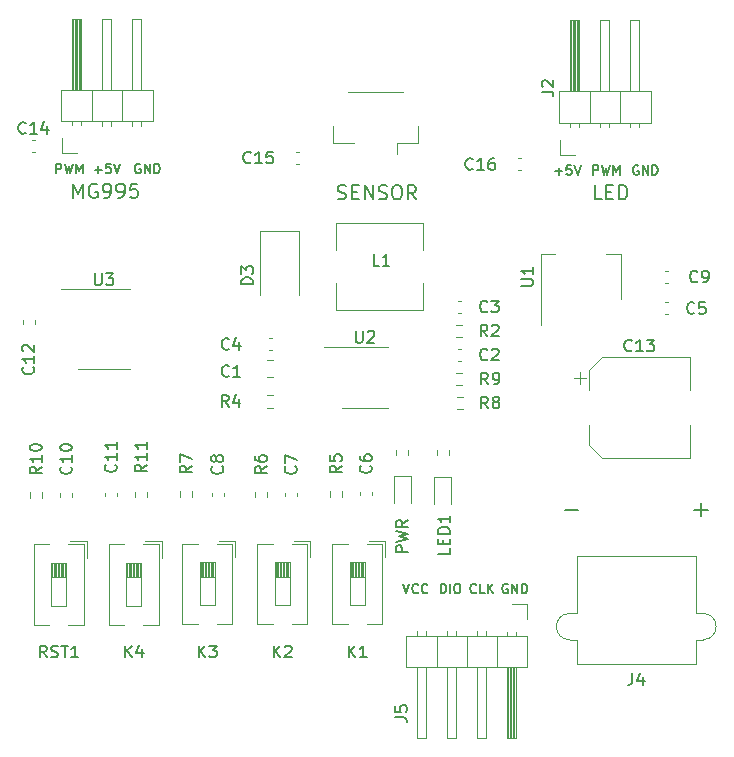
<source format=gbr>
%TF.GenerationSoftware,KiCad,Pcbnew,(6.0.6)*%
%TF.CreationDate,2022-10-01T00:42:19+08:00*%
%TF.ProjectId,Scratch_control,53637261-7463-4685-9f63-6f6e74726f6c,rev?*%
%TF.SameCoordinates,Original*%
%TF.FileFunction,Legend,Top*%
%TF.FilePolarity,Positive*%
%FSLAX46Y46*%
G04 Gerber Fmt 4.6, Leading zero omitted, Abs format (unit mm)*
G04 Created by KiCad (PCBNEW (6.0.6)) date 2022-10-01 00:42:19*
%MOMM*%
%LPD*%
G01*
G04 APERTURE LIST*
%ADD10C,0.200000*%
%ADD11C,0.150000*%
%ADD12C,0.120000*%
G04 APERTURE END LIST*
D10*
X178679571Y-103285857D02*
X178108142Y-103285857D01*
X178108142Y-102085857D01*
X179079571Y-102657285D02*
X179479571Y-102657285D01*
X179651000Y-103285857D02*
X179079571Y-103285857D01*
X179079571Y-102085857D01*
X179651000Y-102085857D01*
X180165285Y-103285857D02*
X180165285Y-102085857D01*
X180451000Y-102085857D01*
X180622428Y-102143000D01*
X180736714Y-102257285D01*
X180793857Y-102371571D01*
X180851000Y-102600142D01*
X180851000Y-102771571D01*
X180793857Y-103000142D01*
X180736714Y-103114428D01*
X180622428Y-103228714D01*
X180451000Y-103285857D01*
X180165285Y-103285857D01*
X174739428Y-100895142D02*
X175348952Y-100895142D01*
X175044190Y-101199904D02*
X175044190Y-100590380D01*
X176110857Y-100399904D02*
X175729904Y-100399904D01*
X175691809Y-100780857D01*
X175729904Y-100742761D01*
X175806095Y-100704666D01*
X175996571Y-100704666D01*
X176072761Y-100742761D01*
X176110857Y-100780857D01*
X176148952Y-100857047D01*
X176148952Y-101047523D01*
X176110857Y-101123714D01*
X176072761Y-101161809D01*
X175996571Y-101199904D01*
X175806095Y-101199904D01*
X175729904Y-101161809D01*
X175691809Y-101123714D01*
X176377523Y-100399904D02*
X176644190Y-101199904D01*
X176910857Y-100399904D01*
X165042952Y-136632904D02*
X165042952Y-135832904D01*
X165233428Y-135832904D01*
X165347714Y-135871000D01*
X165423904Y-135947190D01*
X165462000Y-136023380D01*
X165500095Y-136175761D01*
X165500095Y-136290047D01*
X165462000Y-136442428D01*
X165423904Y-136518619D01*
X165347714Y-136594809D01*
X165233428Y-136632904D01*
X165042952Y-136632904D01*
X165842952Y-136632904D02*
X165842952Y-135832904D01*
X166376285Y-135832904D02*
X166528666Y-135832904D01*
X166604857Y-135871000D01*
X166681047Y-135947190D01*
X166719142Y-136099571D01*
X166719142Y-136366238D01*
X166681047Y-136518619D01*
X166604857Y-136594809D01*
X166528666Y-136632904D01*
X166376285Y-136632904D01*
X166300095Y-136594809D01*
X166223904Y-136518619D01*
X166185809Y-136366238D01*
X166185809Y-136099571D01*
X166223904Y-135947190D01*
X166300095Y-135871000D01*
X166376285Y-135832904D01*
X133937714Y-103158857D02*
X133937714Y-101958857D01*
X134337714Y-102816000D01*
X134737714Y-101958857D01*
X134737714Y-103158857D01*
X135937714Y-102016000D02*
X135823428Y-101958857D01*
X135652000Y-101958857D01*
X135480571Y-102016000D01*
X135366285Y-102130285D01*
X135309142Y-102244571D01*
X135252000Y-102473142D01*
X135252000Y-102644571D01*
X135309142Y-102873142D01*
X135366285Y-102987428D01*
X135480571Y-103101714D01*
X135652000Y-103158857D01*
X135766285Y-103158857D01*
X135937714Y-103101714D01*
X135994857Y-103044571D01*
X135994857Y-102644571D01*
X135766285Y-102644571D01*
X136566285Y-103158857D02*
X136794857Y-103158857D01*
X136909142Y-103101714D01*
X136966285Y-103044571D01*
X137080571Y-102873142D01*
X137137714Y-102644571D01*
X137137714Y-102187428D01*
X137080571Y-102073142D01*
X137023428Y-102016000D01*
X136909142Y-101958857D01*
X136680571Y-101958857D01*
X136566285Y-102016000D01*
X136509142Y-102073142D01*
X136452000Y-102187428D01*
X136452000Y-102473142D01*
X136509142Y-102587428D01*
X136566285Y-102644571D01*
X136680571Y-102701714D01*
X136909142Y-102701714D01*
X137023428Y-102644571D01*
X137080571Y-102587428D01*
X137137714Y-102473142D01*
X137709142Y-103158857D02*
X137937714Y-103158857D01*
X138052000Y-103101714D01*
X138109142Y-103044571D01*
X138223428Y-102873142D01*
X138280571Y-102644571D01*
X138280571Y-102187428D01*
X138223428Y-102073142D01*
X138166285Y-102016000D01*
X138052000Y-101958857D01*
X137823428Y-101958857D01*
X137709142Y-102016000D01*
X137652000Y-102073142D01*
X137594857Y-102187428D01*
X137594857Y-102473142D01*
X137652000Y-102587428D01*
X137709142Y-102644571D01*
X137823428Y-102701714D01*
X138052000Y-102701714D01*
X138166285Y-102644571D01*
X138223428Y-102587428D01*
X138280571Y-102473142D01*
X139366285Y-101958857D02*
X138794857Y-101958857D01*
X138737714Y-102530285D01*
X138794857Y-102473142D01*
X138909142Y-102416000D01*
X139194857Y-102416000D01*
X139309142Y-102473142D01*
X139366285Y-102530285D01*
X139423428Y-102644571D01*
X139423428Y-102930285D01*
X139366285Y-103044571D01*
X139309142Y-103101714D01*
X139194857Y-103158857D01*
X138909142Y-103158857D01*
X138794857Y-103101714D01*
X138737714Y-103044571D01*
X170713476Y-135871000D02*
X170637285Y-135832904D01*
X170523000Y-135832904D01*
X170408714Y-135871000D01*
X170332523Y-135947190D01*
X170294428Y-136023380D01*
X170256333Y-136175761D01*
X170256333Y-136290047D01*
X170294428Y-136442428D01*
X170332523Y-136518619D01*
X170408714Y-136594809D01*
X170523000Y-136632904D01*
X170599190Y-136632904D01*
X170713476Y-136594809D01*
X170751571Y-136556714D01*
X170751571Y-136290047D01*
X170599190Y-136290047D01*
X171094428Y-136632904D02*
X171094428Y-135832904D01*
X171551571Y-136632904D01*
X171551571Y-135832904D01*
X171932523Y-136632904D02*
X171932523Y-135832904D01*
X172123000Y-135832904D01*
X172237285Y-135871000D01*
X172313476Y-135947190D01*
X172351571Y-136023380D01*
X172389666Y-136175761D01*
X172389666Y-136290047D01*
X172351571Y-136442428D01*
X172313476Y-136518619D01*
X172237285Y-136594809D01*
X172123000Y-136632904D01*
X171932523Y-136632904D01*
X156324714Y-103228714D02*
X156496142Y-103285857D01*
X156781857Y-103285857D01*
X156896142Y-103228714D01*
X156953285Y-103171571D01*
X157010428Y-103057285D01*
X157010428Y-102943000D01*
X156953285Y-102828714D01*
X156896142Y-102771571D01*
X156781857Y-102714428D01*
X156553285Y-102657285D01*
X156439000Y-102600142D01*
X156381857Y-102543000D01*
X156324714Y-102428714D01*
X156324714Y-102314428D01*
X156381857Y-102200142D01*
X156439000Y-102143000D01*
X156553285Y-102085857D01*
X156839000Y-102085857D01*
X157010428Y-102143000D01*
X157524714Y-102657285D02*
X157924714Y-102657285D01*
X158096142Y-103285857D02*
X157524714Y-103285857D01*
X157524714Y-102085857D01*
X158096142Y-102085857D01*
X158610428Y-103285857D02*
X158610428Y-102085857D01*
X159296142Y-103285857D01*
X159296142Y-102085857D01*
X159810428Y-103228714D02*
X159981857Y-103285857D01*
X160267571Y-103285857D01*
X160381857Y-103228714D01*
X160439000Y-103171571D01*
X160496142Y-103057285D01*
X160496142Y-102943000D01*
X160439000Y-102828714D01*
X160381857Y-102771571D01*
X160267571Y-102714428D01*
X160039000Y-102657285D01*
X159924714Y-102600142D01*
X159867571Y-102543000D01*
X159810428Y-102428714D01*
X159810428Y-102314428D01*
X159867571Y-102200142D01*
X159924714Y-102143000D01*
X160039000Y-102085857D01*
X160324714Y-102085857D01*
X160496142Y-102143000D01*
X161239000Y-102085857D02*
X161467571Y-102085857D01*
X161581857Y-102143000D01*
X161696142Y-102257285D01*
X161753285Y-102485857D01*
X161753285Y-102885857D01*
X161696142Y-103114428D01*
X161581857Y-103228714D01*
X161467571Y-103285857D01*
X161239000Y-103285857D01*
X161124714Y-103228714D01*
X161010428Y-103114428D01*
X160953285Y-102885857D01*
X160953285Y-102485857D01*
X161010428Y-102257285D01*
X161124714Y-102143000D01*
X161239000Y-102085857D01*
X162953285Y-103285857D02*
X162553285Y-102714428D01*
X162267571Y-103285857D02*
X162267571Y-102085857D01*
X162724714Y-102085857D01*
X162839000Y-102143000D01*
X162896142Y-102200142D01*
X162953285Y-102314428D01*
X162953285Y-102485857D01*
X162896142Y-102600142D01*
X162839000Y-102657285D01*
X162724714Y-102714428D01*
X162267571Y-102714428D01*
X135750428Y-100768142D02*
X136359952Y-100768142D01*
X136055190Y-101072904D02*
X136055190Y-100463380D01*
X137121857Y-100272904D02*
X136740904Y-100272904D01*
X136702809Y-100653857D01*
X136740904Y-100615761D01*
X136817095Y-100577666D01*
X137007571Y-100577666D01*
X137083761Y-100615761D01*
X137121857Y-100653857D01*
X137159952Y-100730047D01*
X137159952Y-100920523D01*
X137121857Y-100996714D01*
X137083761Y-101034809D01*
X137007571Y-101072904D01*
X136817095Y-101072904D01*
X136740904Y-101034809D01*
X136702809Y-100996714D01*
X137388523Y-100272904D02*
X137655190Y-101072904D01*
X137921857Y-100272904D01*
X168052809Y-136556714D02*
X168014714Y-136594809D01*
X167900428Y-136632904D01*
X167824238Y-136632904D01*
X167709952Y-136594809D01*
X167633761Y-136518619D01*
X167595666Y-136442428D01*
X167557571Y-136290047D01*
X167557571Y-136175761D01*
X167595666Y-136023380D01*
X167633761Y-135947190D01*
X167709952Y-135871000D01*
X167824238Y-135832904D01*
X167900428Y-135832904D01*
X168014714Y-135871000D01*
X168052809Y-135909095D01*
X168776619Y-136632904D02*
X168395666Y-136632904D01*
X168395666Y-135832904D01*
X169043285Y-136632904D02*
X169043285Y-135832904D01*
X169500428Y-136632904D02*
X169157571Y-136175761D01*
X169500428Y-135832904D02*
X169043285Y-136290047D01*
D11*
X165806380Y-132818047D02*
X165806380Y-133294238D01*
X164806380Y-133294238D01*
X165282571Y-132484714D02*
X165282571Y-132151380D01*
X165806380Y-132008523D02*
X165806380Y-132484714D01*
X164806380Y-132484714D01*
X164806380Y-132008523D01*
X165806380Y-131579952D02*
X164806380Y-131579952D01*
X164806380Y-131341857D01*
X164854000Y-131199000D01*
X164949238Y-131103761D01*
X165044476Y-131056142D01*
X165234952Y-131008523D01*
X165377809Y-131008523D01*
X165568285Y-131056142D01*
X165663523Y-131103761D01*
X165758761Y-131199000D01*
X165806380Y-131341857D01*
X165806380Y-131579952D01*
X165806380Y-130056142D02*
X165806380Y-130627571D01*
X165806380Y-130341857D02*
X164806380Y-130341857D01*
X164949238Y-130437095D01*
X165044476Y-130532333D01*
X165092095Y-130627571D01*
D10*
X181762476Y-100438000D02*
X181686285Y-100399904D01*
X181572000Y-100399904D01*
X181457714Y-100438000D01*
X181381523Y-100514190D01*
X181343428Y-100590380D01*
X181305333Y-100742761D01*
X181305333Y-100857047D01*
X181343428Y-101009428D01*
X181381523Y-101085619D01*
X181457714Y-101161809D01*
X181572000Y-101199904D01*
X181648190Y-101199904D01*
X181762476Y-101161809D01*
X181800571Y-101123714D01*
X181800571Y-100857047D01*
X181648190Y-100857047D01*
X182143428Y-101199904D02*
X182143428Y-100399904D01*
X182600571Y-101199904D01*
X182600571Y-100399904D01*
X182981523Y-101199904D02*
X182981523Y-100399904D01*
X183172000Y-100399904D01*
X183286285Y-100438000D01*
X183362476Y-100514190D01*
X183400571Y-100590380D01*
X183438666Y-100742761D01*
X183438666Y-100857047D01*
X183400571Y-101009428D01*
X183362476Y-101085619D01*
X183286285Y-101161809D01*
X183172000Y-101199904D01*
X182981523Y-101199904D01*
D11*
X162250380Y-133159333D02*
X161250380Y-133159333D01*
X161250380Y-132778380D01*
X161298000Y-132683142D01*
X161345619Y-132635523D01*
X161440857Y-132587904D01*
X161583714Y-132587904D01*
X161678952Y-132635523D01*
X161726571Y-132683142D01*
X161774190Y-132778380D01*
X161774190Y-133159333D01*
X161250380Y-132254571D02*
X162250380Y-132016476D01*
X161536095Y-131826000D01*
X162250380Y-131635523D01*
X161250380Y-131397428D01*
X162250380Y-130445047D02*
X161774190Y-130778380D01*
X162250380Y-131016476D02*
X161250380Y-131016476D01*
X161250380Y-130635523D01*
X161298000Y-130540285D01*
X161345619Y-130492666D01*
X161440857Y-130445047D01*
X161583714Y-130445047D01*
X161678952Y-130492666D01*
X161726571Y-130540285D01*
X161774190Y-130635523D01*
X161774190Y-131016476D01*
D10*
X132480190Y-101072904D02*
X132480190Y-100272904D01*
X132784952Y-100272904D01*
X132861142Y-100311000D01*
X132899238Y-100349095D01*
X132937333Y-100425285D01*
X132937333Y-100539571D01*
X132899238Y-100615761D01*
X132861142Y-100653857D01*
X132784952Y-100691952D01*
X132480190Y-100691952D01*
X133204000Y-100272904D02*
X133394476Y-101072904D01*
X133546857Y-100501476D01*
X133699238Y-101072904D01*
X133889714Y-100272904D01*
X134194476Y-101072904D02*
X134194476Y-100272904D01*
X134461142Y-100844333D01*
X134727809Y-100272904D01*
X134727809Y-101072904D01*
X161874333Y-135832904D02*
X162141000Y-136632904D01*
X162407666Y-135832904D01*
X163131476Y-136556714D02*
X163093380Y-136594809D01*
X162979095Y-136632904D01*
X162902904Y-136632904D01*
X162788619Y-136594809D01*
X162712428Y-136518619D01*
X162674333Y-136442428D01*
X162636238Y-136290047D01*
X162636238Y-136175761D01*
X162674333Y-136023380D01*
X162712428Y-135947190D01*
X162788619Y-135871000D01*
X162902904Y-135832904D01*
X162979095Y-135832904D01*
X163093380Y-135871000D01*
X163131476Y-135909095D01*
X163931476Y-136556714D02*
X163893380Y-136594809D01*
X163779095Y-136632904D01*
X163702904Y-136632904D01*
X163588619Y-136594809D01*
X163512428Y-136518619D01*
X163474333Y-136442428D01*
X163436238Y-136290047D01*
X163436238Y-136175761D01*
X163474333Y-136023380D01*
X163512428Y-135947190D01*
X163588619Y-135871000D01*
X163702904Y-135832904D01*
X163779095Y-135832904D01*
X163893380Y-135871000D01*
X163931476Y-135909095D01*
X139598476Y-100311000D02*
X139522285Y-100272904D01*
X139408000Y-100272904D01*
X139293714Y-100311000D01*
X139217523Y-100387190D01*
X139179428Y-100463380D01*
X139141333Y-100615761D01*
X139141333Y-100730047D01*
X139179428Y-100882428D01*
X139217523Y-100958619D01*
X139293714Y-101034809D01*
X139408000Y-101072904D01*
X139484190Y-101072904D01*
X139598476Y-101034809D01*
X139636571Y-100996714D01*
X139636571Y-100730047D01*
X139484190Y-100730047D01*
X139979428Y-101072904D02*
X139979428Y-100272904D01*
X140436571Y-101072904D01*
X140436571Y-100272904D01*
X140817523Y-101072904D02*
X140817523Y-100272904D01*
X141008000Y-100272904D01*
X141122285Y-100311000D01*
X141198476Y-100387190D01*
X141236571Y-100463380D01*
X141274666Y-100615761D01*
X141274666Y-100730047D01*
X141236571Y-100882428D01*
X141198476Y-100958619D01*
X141122285Y-101034809D01*
X141008000Y-101072904D01*
X140817523Y-101072904D01*
X177946190Y-101199904D02*
X177946190Y-100399904D01*
X178250952Y-100399904D01*
X178327142Y-100438000D01*
X178365238Y-100476095D01*
X178403333Y-100552285D01*
X178403333Y-100666571D01*
X178365238Y-100742761D01*
X178327142Y-100780857D01*
X178250952Y-100818952D01*
X177946190Y-100818952D01*
X178670000Y-100399904D02*
X178860476Y-101199904D01*
X179012857Y-100628476D01*
X179165238Y-101199904D01*
X179355714Y-100399904D01*
X179660476Y-101199904D02*
X179660476Y-100399904D01*
X179927142Y-100971333D01*
X180193809Y-100399904D01*
X180193809Y-101199904D01*
D11*
%TO.C,C16*%
X167759142Y-100687142D02*
X167711523Y-100734761D01*
X167568666Y-100782380D01*
X167473428Y-100782380D01*
X167330571Y-100734761D01*
X167235333Y-100639523D01*
X167187714Y-100544285D01*
X167140095Y-100353809D01*
X167140095Y-100210952D01*
X167187714Y-100020476D01*
X167235333Y-99925238D01*
X167330571Y-99830000D01*
X167473428Y-99782380D01*
X167568666Y-99782380D01*
X167711523Y-99830000D01*
X167759142Y-99877619D01*
X168711523Y-100782380D02*
X168140095Y-100782380D01*
X168425809Y-100782380D02*
X168425809Y-99782380D01*
X168330571Y-99925238D01*
X168235333Y-100020476D01*
X168140095Y-100068095D01*
X169568666Y-99782380D02*
X169378190Y-99782380D01*
X169282952Y-99830000D01*
X169235333Y-99877619D01*
X169140095Y-100020476D01*
X169092476Y-100210952D01*
X169092476Y-100591904D01*
X169140095Y-100687142D01*
X169187714Y-100734761D01*
X169282952Y-100782380D01*
X169473428Y-100782380D01*
X169568666Y-100734761D01*
X169616285Y-100687142D01*
X169663904Y-100591904D01*
X169663904Y-100353809D01*
X169616285Y-100258571D01*
X169568666Y-100210952D01*
X169473428Y-100163333D01*
X169282952Y-100163333D01*
X169187714Y-100210952D01*
X169140095Y-100258571D01*
X169092476Y-100353809D01*
%TO.C,C15*%
X148963142Y-100149142D02*
X148915523Y-100196761D01*
X148772666Y-100244380D01*
X148677428Y-100244380D01*
X148534571Y-100196761D01*
X148439333Y-100101523D01*
X148391714Y-100006285D01*
X148344095Y-99815809D01*
X148344095Y-99672952D01*
X148391714Y-99482476D01*
X148439333Y-99387238D01*
X148534571Y-99292000D01*
X148677428Y-99244380D01*
X148772666Y-99244380D01*
X148915523Y-99292000D01*
X148963142Y-99339619D01*
X149915523Y-100244380D02*
X149344095Y-100244380D01*
X149629809Y-100244380D02*
X149629809Y-99244380D01*
X149534571Y-99387238D01*
X149439333Y-99482476D01*
X149344095Y-99530095D01*
X150820285Y-99244380D02*
X150344095Y-99244380D01*
X150296476Y-99720571D01*
X150344095Y-99672952D01*
X150439333Y-99625333D01*
X150677428Y-99625333D01*
X150772666Y-99672952D01*
X150820285Y-99720571D01*
X150867904Y-99815809D01*
X150867904Y-100053904D01*
X150820285Y-100149142D01*
X150772666Y-100196761D01*
X150677428Y-100244380D01*
X150439333Y-100244380D01*
X150344095Y-100196761D01*
X150296476Y-100149142D01*
%TO.C,C14*%
X129913142Y-97639142D02*
X129865523Y-97686761D01*
X129722666Y-97734380D01*
X129627428Y-97734380D01*
X129484571Y-97686761D01*
X129389333Y-97591523D01*
X129341714Y-97496285D01*
X129294095Y-97305809D01*
X129294095Y-97162952D01*
X129341714Y-96972476D01*
X129389333Y-96877238D01*
X129484571Y-96782000D01*
X129627428Y-96734380D01*
X129722666Y-96734380D01*
X129865523Y-96782000D01*
X129913142Y-96829619D01*
X130865523Y-97734380D02*
X130294095Y-97734380D01*
X130579809Y-97734380D02*
X130579809Y-96734380D01*
X130484571Y-96877238D01*
X130389333Y-96972476D01*
X130294095Y-97020095D01*
X131722666Y-97067714D02*
X131722666Y-97734380D01*
X131484571Y-96686761D02*
X131246476Y-97401047D01*
X131865523Y-97401047D01*
%TO.C,C1*%
X147121333Y-118213142D02*
X147073714Y-118260761D01*
X146930857Y-118308380D01*
X146835619Y-118308380D01*
X146692761Y-118260761D01*
X146597523Y-118165523D01*
X146549904Y-118070285D01*
X146502285Y-117879809D01*
X146502285Y-117736952D01*
X146549904Y-117546476D01*
X146597523Y-117451238D01*
X146692761Y-117356000D01*
X146835619Y-117308380D01*
X146930857Y-117308380D01*
X147073714Y-117356000D01*
X147121333Y-117403619D01*
X148073714Y-118308380D02*
X147502285Y-118308380D01*
X147788000Y-118308380D02*
X147788000Y-117308380D01*
X147692761Y-117451238D01*
X147597523Y-117546476D01*
X147502285Y-117594095D01*
%TO.C,RST1*%
X131691190Y-142057380D02*
X131357857Y-141581190D01*
X131119761Y-142057380D02*
X131119761Y-141057380D01*
X131500714Y-141057380D01*
X131595952Y-141105000D01*
X131643571Y-141152619D01*
X131691190Y-141247857D01*
X131691190Y-141390714D01*
X131643571Y-141485952D01*
X131595952Y-141533571D01*
X131500714Y-141581190D01*
X131119761Y-141581190D01*
X132072142Y-142009761D02*
X132215000Y-142057380D01*
X132453095Y-142057380D01*
X132548333Y-142009761D01*
X132595952Y-141962142D01*
X132643571Y-141866904D01*
X132643571Y-141771666D01*
X132595952Y-141676428D01*
X132548333Y-141628809D01*
X132453095Y-141581190D01*
X132262619Y-141533571D01*
X132167380Y-141485952D01*
X132119761Y-141438333D01*
X132072142Y-141343095D01*
X132072142Y-141247857D01*
X132119761Y-141152619D01*
X132167380Y-141105000D01*
X132262619Y-141057380D01*
X132500714Y-141057380D01*
X132643571Y-141105000D01*
X132929285Y-141057380D02*
X133500714Y-141057380D01*
X133215000Y-142057380D02*
X133215000Y-141057380D01*
X134357857Y-142057380D02*
X133786428Y-142057380D01*
X134072142Y-142057380D02*
X134072142Y-141057380D01*
X133976904Y-141200238D01*
X133881666Y-141295476D01*
X133786428Y-141343095D01*
%TO.C,J5*%
X161184180Y-147126133D02*
X161898466Y-147126133D01*
X162041323Y-147173752D01*
X162136561Y-147268990D01*
X162184180Y-147411847D01*
X162184180Y-147507085D01*
X161184180Y-146173752D02*
X161184180Y-146649942D01*
X161660371Y-146697561D01*
X161612752Y-146649942D01*
X161565133Y-146554704D01*
X161565133Y-146316609D01*
X161612752Y-146221371D01*
X161660371Y-146173752D01*
X161755609Y-146126133D01*
X161993704Y-146126133D01*
X162088942Y-146173752D01*
X162136561Y-146221371D01*
X162184180Y-146316609D01*
X162184180Y-146554704D01*
X162136561Y-146649942D01*
X162088942Y-146697561D01*
%TO.C,U2*%
X157861095Y-114416380D02*
X157861095Y-115225904D01*
X157908714Y-115321142D01*
X157956333Y-115368761D01*
X158051571Y-115416380D01*
X158242047Y-115416380D01*
X158337285Y-115368761D01*
X158384904Y-115321142D01*
X158432523Y-115225904D01*
X158432523Y-114416380D01*
X158861095Y-114511619D02*
X158908714Y-114464000D01*
X159003952Y-114416380D01*
X159242047Y-114416380D01*
X159337285Y-114464000D01*
X159384904Y-114511619D01*
X159432523Y-114606857D01*
X159432523Y-114702095D01*
X159384904Y-114844952D01*
X158813476Y-115416380D01*
X159432523Y-115416380D01*
%TO.C,J4*%
X181276666Y-143405380D02*
X181276666Y-144119666D01*
X181229047Y-144262523D01*
X181133809Y-144357761D01*
X180990952Y-144405380D01*
X180895714Y-144405380D01*
X182181428Y-143738714D02*
X182181428Y-144405380D01*
X181943333Y-143357761D02*
X181705238Y-144072047D01*
X182324285Y-144072047D01*
X175538571Y-129560142D02*
X176681428Y-129560142D01*
X186538571Y-129560142D02*
X187681428Y-129560142D01*
X187110000Y-130131571D02*
X187110000Y-128988714D01*
%TO.C,J2*%
X173600380Y-94176333D02*
X174314666Y-94176333D01*
X174457523Y-94223952D01*
X174552761Y-94319190D01*
X174600380Y-94462047D01*
X174600380Y-94557285D01*
X173695619Y-93747761D02*
X173648000Y-93700142D01*
X173600380Y-93604904D01*
X173600380Y-93366809D01*
X173648000Y-93271571D01*
X173695619Y-93223952D01*
X173790857Y-93176333D01*
X173886095Y-93176333D01*
X174028952Y-93223952D01*
X174600380Y-93795380D01*
X174600380Y-93176333D01*
%TO.C,C3*%
X168997333Y-112752142D02*
X168949714Y-112799761D01*
X168806857Y-112847380D01*
X168711619Y-112847380D01*
X168568761Y-112799761D01*
X168473523Y-112704523D01*
X168425904Y-112609285D01*
X168378285Y-112418809D01*
X168378285Y-112275952D01*
X168425904Y-112085476D01*
X168473523Y-111990238D01*
X168568761Y-111895000D01*
X168711619Y-111847380D01*
X168806857Y-111847380D01*
X168949714Y-111895000D01*
X168997333Y-111942619D01*
X169330666Y-111847380D02*
X169949714Y-111847380D01*
X169616380Y-112228333D01*
X169759238Y-112228333D01*
X169854476Y-112275952D01*
X169902095Y-112323571D01*
X169949714Y-112418809D01*
X169949714Y-112656904D01*
X169902095Y-112752142D01*
X169854476Y-112799761D01*
X169759238Y-112847380D01*
X169473523Y-112847380D01*
X169378285Y-112799761D01*
X169330666Y-112752142D01*
%TO.C,D3*%
X149169380Y-110466095D02*
X148169380Y-110466095D01*
X148169380Y-110228000D01*
X148217000Y-110085142D01*
X148312238Y-109989904D01*
X148407476Y-109942285D01*
X148597952Y-109894666D01*
X148740809Y-109894666D01*
X148931285Y-109942285D01*
X149026523Y-109989904D01*
X149121761Y-110085142D01*
X149169380Y-110228000D01*
X149169380Y-110466095D01*
X148169380Y-109561333D02*
X148169380Y-108942285D01*
X148550333Y-109275619D01*
X148550333Y-109132761D01*
X148597952Y-109037523D01*
X148645571Y-108989904D01*
X148740809Y-108942285D01*
X148978904Y-108942285D01*
X149074142Y-108989904D01*
X149121761Y-109037523D01*
X149169380Y-109132761D01*
X149169380Y-109418476D01*
X149121761Y-109513714D01*
X149074142Y-109561333D01*
%TO.C,C9*%
X186777333Y-110212142D02*
X186729714Y-110259761D01*
X186586857Y-110307380D01*
X186491619Y-110307380D01*
X186348761Y-110259761D01*
X186253523Y-110164523D01*
X186205904Y-110069285D01*
X186158285Y-109878809D01*
X186158285Y-109735952D01*
X186205904Y-109545476D01*
X186253523Y-109450238D01*
X186348761Y-109355000D01*
X186491619Y-109307380D01*
X186586857Y-109307380D01*
X186729714Y-109355000D01*
X186777333Y-109402619D01*
X187253523Y-110307380D02*
X187444000Y-110307380D01*
X187539238Y-110259761D01*
X187586857Y-110212142D01*
X187682095Y-110069285D01*
X187729714Y-109878809D01*
X187729714Y-109497857D01*
X187682095Y-109402619D01*
X187634476Y-109355000D01*
X187539238Y-109307380D01*
X187348761Y-109307380D01*
X187253523Y-109355000D01*
X187205904Y-109402619D01*
X187158285Y-109497857D01*
X187158285Y-109735952D01*
X187205904Y-109831190D01*
X187253523Y-109878809D01*
X187348761Y-109926428D01*
X187539238Y-109926428D01*
X187634476Y-109878809D01*
X187682095Y-109831190D01*
X187729714Y-109735952D01*
%TO.C,U1*%
X171863380Y-110616904D02*
X172672904Y-110616904D01*
X172768142Y-110569285D01*
X172815761Y-110521666D01*
X172863380Y-110426428D01*
X172863380Y-110235952D01*
X172815761Y-110140714D01*
X172768142Y-110093095D01*
X172672904Y-110045476D01*
X171863380Y-110045476D01*
X172863380Y-109045476D02*
X172863380Y-109616904D01*
X172863380Y-109331190D02*
X171863380Y-109331190D01*
X172006238Y-109426428D01*
X172101476Y-109521666D01*
X172149095Y-109616904D01*
%TO.C,R7*%
X143962380Y-125833666D02*
X143486190Y-126167000D01*
X143962380Y-126405095D02*
X142962380Y-126405095D01*
X142962380Y-126024142D01*
X143010000Y-125928904D01*
X143057619Y-125881285D01*
X143152857Y-125833666D01*
X143295714Y-125833666D01*
X143390952Y-125881285D01*
X143438571Y-125928904D01*
X143486190Y-126024142D01*
X143486190Y-126405095D01*
X142962380Y-125500333D02*
X142962380Y-124833666D01*
X143962380Y-125262238D01*
%TO.C,L1*%
X159853333Y-108910380D02*
X159377142Y-108910380D01*
X159377142Y-107910380D01*
X160710476Y-108910380D02*
X160139047Y-108910380D01*
X160424761Y-108910380D02*
X160424761Y-107910380D01*
X160329523Y-108053238D01*
X160234285Y-108148476D01*
X160139047Y-108196095D01*
%TO.C,R10*%
X131262380Y-125915657D02*
X130786190Y-126248990D01*
X131262380Y-126487085D02*
X130262380Y-126487085D01*
X130262380Y-126106133D01*
X130310000Y-126010895D01*
X130357619Y-125963276D01*
X130452857Y-125915657D01*
X130595714Y-125915657D01*
X130690952Y-125963276D01*
X130738571Y-126010895D01*
X130786190Y-126106133D01*
X130786190Y-126487085D01*
X131262380Y-124963276D02*
X131262380Y-125534704D01*
X131262380Y-125248990D02*
X130262380Y-125248990D01*
X130405238Y-125344228D01*
X130500476Y-125439466D01*
X130548095Y-125534704D01*
X130262380Y-124344228D02*
X130262380Y-124248990D01*
X130310000Y-124153752D01*
X130357619Y-124106133D01*
X130452857Y-124058514D01*
X130643333Y-124010895D01*
X130881428Y-124010895D01*
X131071904Y-124058514D01*
X131167142Y-124106133D01*
X131214761Y-124153752D01*
X131262380Y-124248990D01*
X131262380Y-124344228D01*
X131214761Y-124439466D01*
X131167142Y-124487085D01*
X131071904Y-124534704D01*
X130881428Y-124582323D01*
X130643333Y-124582323D01*
X130452857Y-124534704D01*
X130357619Y-124487085D01*
X130310000Y-124439466D01*
X130262380Y-124344228D01*
%TO.C,K2*%
X150899904Y-142057380D02*
X150899904Y-141057380D01*
X151471333Y-142057380D02*
X151042761Y-141485952D01*
X151471333Y-141057380D02*
X150899904Y-141628809D01*
X151852285Y-141152619D02*
X151899904Y-141105000D01*
X151995142Y-141057380D01*
X152233238Y-141057380D01*
X152328476Y-141105000D01*
X152376095Y-141152619D01*
X152423714Y-141247857D01*
X152423714Y-141343095D01*
X152376095Y-141485952D01*
X151804666Y-142057380D01*
X152423714Y-142057380D01*
%TO.C,C8*%
X146534142Y-125896666D02*
X146581761Y-125944285D01*
X146629380Y-126087142D01*
X146629380Y-126182380D01*
X146581761Y-126325238D01*
X146486523Y-126420476D01*
X146391285Y-126468095D01*
X146200809Y-126515714D01*
X146057952Y-126515714D01*
X145867476Y-126468095D01*
X145772238Y-126420476D01*
X145677000Y-126325238D01*
X145629380Y-126182380D01*
X145629380Y-126087142D01*
X145677000Y-125944285D01*
X145724619Y-125896666D01*
X146057952Y-125325238D02*
X146010333Y-125420476D01*
X145962714Y-125468095D01*
X145867476Y-125515714D01*
X145819857Y-125515714D01*
X145724619Y-125468095D01*
X145677000Y-125420476D01*
X145629380Y-125325238D01*
X145629380Y-125134761D01*
X145677000Y-125039523D01*
X145724619Y-124991904D01*
X145819857Y-124944285D01*
X145867476Y-124944285D01*
X145962714Y-124991904D01*
X146010333Y-125039523D01*
X146057952Y-125134761D01*
X146057952Y-125325238D01*
X146105571Y-125420476D01*
X146153190Y-125468095D01*
X146248428Y-125515714D01*
X146438904Y-125515714D01*
X146534142Y-125468095D01*
X146581761Y-125420476D01*
X146629380Y-125325238D01*
X146629380Y-125134761D01*
X146581761Y-125039523D01*
X146534142Y-124991904D01*
X146438904Y-124944285D01*
X146248428Y-124944285D01*
X146153190Y-124991904D01*
X146105571Y-125039523D01*
X146057952Y-125134761D01*
%TO.C,K4*%
X138326904Y-142057380D02*
X138326904Y-141057380D01*
X138898333Y-142057380D02*
X138469761Y-141485952D01*
X138898333Y-141057380D02*
X138326904Y-141628809D01*
X139755476Y-141390714D02*
X139755476Y-142057380D01*
X139517380Y-141009761D02*
X139279285Y-141724047D01*
X139898333Y-141724047D01*
%TO.C,C10*%
X133720142Y-125915657D02*
X133767761Y-125963276D01*
X133815380Y-126106133D01*
X133815380Y-126201371D01*
X133767761Y-126344228D01*
X133672523Y-126439466D01*
X133577285Y-126487085D01*
X133386809Y-126534704D01*
X133243952Y-126534704D01*
X133053476Y-126487085D01*
X132958238Y-126439466D01*
X132863000Y-126344228D01*
X132815380Y-126201371D01*
X132815380Y-126106133D01*
X132863000Y-125963276D01*
X132910619Y-125915657D01*
X133815380Y-124963276D02*
X133815380Y-125534704D01*
X133815380Y-125248990D02*
X132815380Y-125248990D01*
X132958238Y-125344228D01*
X133053476Y-125439466D01*
X133101095Y-125534704D01*
X132815380Y-124344228D02*
X132815380Y-124248990D01*
X132863000Y-124153752D01*
X132910619Y-124106133D01*
X133005857Y-124058514D01*
X133196333Y-124010895D01*
X133434428Y-124010895D01*
X133624904Y-124058514D01*
X133720142Y-124106133D01*
X133767761Y-124153752D01*
X133815380Y-124248990D01*
X133815380Y-124344228D01*
X133767761Y-124439466D01*
X133720142Y-124487085D01*
X133624904Y-124534704D01*
X133434428Y-124582323D01*
X133196333Y-124582323D01*
X133005857Y-124534704D01*
X132910619Y-124487085D01*
X132863000Y-124439466D01*
X132815380Y-124344228D01*
%TO.C,C12*%
X130532142Y-117482857D02*
X130579761Y-117530476D01*
X130627380Y-117673333D01*
X130627380Y-117768571D01*
X130579761Y-117911428D01*
X130484523Y-118006666D01*
X130389285Y-118054285D01*
X130198809Y-118101904D01*
X130055952Y-118101904D01*
X129865476Y-118054285D01*
X129770238Y-118006666D01*
X129675000Y-117911428D01*
X129627380Y-117768571D01*
X129627380Y-117673333D01*
X129675000Y-117530476D01*
X129722619Y-117482857D01*
X130627380Y-116530476D02*
X130627380Y-117101904D01*
X130627380Y-116816190D02*
X129627380Y-116816190D01*
X129770238Y-116911428D01*
X129865476Y-117006666D01*
X129913095Y-117101904D01*
X129722619Y-116149523D02*
X129675000Y-116101904D01*
X129627380Y-116006666D01*
X129627380Y-115768571D01*
X129675000Y-115673333D01*
X129722619Y-115625714D01*
X129817857Y-115578095D01*
X129913095Y-115578095D01*
X130055952Y-115625714D01*
X130627380Y-116197142D01*
X130627380Y-115578095D01*
%TO.C,K3*%
X144549904Y-142057380D02*
X144549904Y-141057380D01*
X145121333Y-142057380D02*
X144692761Y-141485952D01*
X145121333Y-141057380D02*
X144549904Y-141628809D01*
X145454666Y-141057380D02*
X146073714Y-141057380D01*
X145740380Y-141438333D01*
X145883238Y-141438333D01*
X145978476Y-141485952D01*
X146026095Y-141533571D01*
X146073714Y-141628809D01*
X146073714Y-141866904D01*
X146026095Y-141962142D01*
X145978476Y-142009761D01*
X145883238Y-142057380D01*
X145597523Y-142057380D01*
X145502285Y-142009761D01*
X145454666Y-141962142D01*
%TO.C,C6*%
X159107142Y-125833666D02*
X159154761Y-125881285D01*
X159202380Y-126024142D01*
X159202380Y-126119380D01*
X159154761Y-126262238D01*
X159059523Y-126357476D01*
X158964285Y-126405095D01*
X158773809Y-126452714D01*
X158630952Y-126452714D01*
X158440476Y-126405095D01*
X158345238Y-126357476D01*
X158250000Y-126262238D01*
X158202380Y-126119380D01*
X158202380Y-126024142D01*
X158250000Y-125881285D01*
X158297619Y-125833666D01*
X158202380Y-124976523D02*
X158202380Y-125167000D01*
X158250000Y-125262238D01*
X158297619Y-125309857D01*
X158440476Y-125405095D01*
X158630952Y-125452714D01*
X159011904Y-125452714D01*
X159107142Y-125405095D01*
X159154761Y-125357476D01*
X159202380Y-125262238D01*
X159202380Y-125071761D01*
X159154761Y-124976523D01*
X159107142Y-124928904D01*
X159011904Y-124881285D01*
X158773809Y-124881285D01*
X158678571Y-124928904D01*
X158630952Y-124976523D01*
X158583333Y-125071761D01*
X158583333Y-125262238D01*
X158630952Y-125357476D01*
X158678571Y-125405095D01*
X158773809Y-125452714D01*
%TO.C,C4*%
X147121333Y-115927142D02*
X147073714Y-115974761D01*
X146930857Y-116022380D01*
X146835619Y-116022380D01*
X146692761Y-115974761D01*
X146597523Y-115879523D01*
X146549904Y-115784285D01*
X146502285Y-115593809D01*
X146502285Y-115450952D01*
X146549904Y-115260476D01*
X146597523Y-115165238D01*
X146692761Y-115070000D01*
X146835619Y-115022380D01*
X146930857Y-115022380D01*
X147073714Y-115070000D01*
X147121333Y-115117619D01*
X147978476Y-115355714D02*
X147978476Y-116022380D01*
X147740380Y-114974761D02*
X147502285Y-115689047D01*
X148121333Y-115689047D01*
%TO.C,C5*%
X186523333Y-112879142D02*
X186475714Y-112926761D01*
X186332857Y-112974380D01*
X186237619Y-112974380D01*
X186094761Y-112926761D01*
X185999523Y-112831523D01*
X185951904Y-112736285D01*
X185904285Y-112545809D01*
X185904285Y-112402952D01*
X185951904Y-112212476D01*
X185999523Y-112117238D01*
X186094761Y-112022000D01*
X186237619Y-111974380D01*
X186332857Y-111974380D01*
X186475714Y-112022000D01*
X186523333Y-112069619D01*
X187428095Y-111974380D02*
X186951904Y-111974380D01*
X186904285Y-112450571D01*
X186951904Y-112402952D01*
X187047142Y-112355333D01*
X187285238Y-112355333D01*
X187380476Y-112402952D01*
X187428095Y-112450571D01*
X187475714Y-112545809D01*
X187475714Y-112783904D01*
X187428095Y-112879142D01*
X187380476Y-112926761D01*
X187285238Y-112974380D01*
X187047142Y-112974380D01*
X186951904Y-112926761D01*
X186904285Y-112879142D01*
%TO.C,R11*%
X140152380Y-125737857D02*
X139676190Y-126071190D01*
X140152380Y-126309285D02*
X139152380Y-126309285D01*
X139152380Y-125928333D01*
X139200000Y-125833095D01*
X139247619Y-125785476D01*
X139342857Y-125737857D01*
X139485714Y-125737857D01*
X139580952Y-125785476D01*
X139628571Y-125833095D01*
X139676190Y-125928333D01*
X139676190Y-126309285D01*
X140152380Y-124785476D02*
X140152380Y-125356904D01*
X140152380Y-125071190D02*
X139152380Y-125071190D01*
X139295238Y-125166428D01*
X139390476Y-125261666D01*
X139438095Y-125356904D01*
X140152380Y-123833095D02*
X140152380Y-124404523D01*
X140152380Y-124118809D02*
X139152380Y-124118809D01*
X139295238Y-124214047D01*
X139390476Y-124309285D01*
X139438095Y-124404523D01*
%TO.C,R8*%
X169060333Y-120975380D02*
X168727000Y-120499190D01*
X168488904Y-120975380D02*
X168488904Y-119975380D01*
X168869857Y-119975380D01*
X168965095Y-120023000D01*
X169012714Y-120070619D01*
X169060333Y-120165857D01*
X169060333Y-120308714D01*
X169012714Y-120403952D01*
X168965095Y-120451571D01*
X168869857Y-120499190D01*
X168488904Y-120499190D01*
X169631761Y-120403952D02*
X169536523Y-120356333D01*
X169488904Y-120308714D01*
X169441285Y-120213476D01*
X169441285Y-120165857D01*
X169488904Y-120070619D01*
X169536523Y-120023000D01*
X169631761Y-119975380D01*
X169822238Y-119975380D01*
X169917476Y-120023000D01*
X169965095Y-120070619D01*
X170012714Y-120165857D01*
X170012714Y-120213476D01*
X169965095Y-120308714D01*
X169917476Y-120356333D01*
X169822238Y-120403952D01*
X169631761Y-120403952D01*
X169536523Y-120451571D01*
X169488904Y-120499190D01*
X169441285Y-120594428D01*
X169441285Y-120784904D01*
X169488904Y-120880142D01*
X169536523Y-120927761D01*
X169631761Y-120975380D01*
X169822238Y-120975380D01*
X169917476Y-120927761D01*
X169965095Y-120880142D01*
X170012714Y-120784904D01*
X170012714Y-120594428D01*
X169965095Y-120499190D01*
X169917476Y-120451571D01*
X169822238Y-120403952D01*
%TO.C,K1*%
X157249904Y-142057380D02*
X157249904Y-141057380D01*
X157821333Y-142057380D02*
X157392761Y-141485952D01*
X157821333Y-141057380D02*
X157249904Y-141628809D01*
X158773714Y-142057380D02*
X158202285Y-142057380D01*
X158488000Y-142057380D02*
X158488000Y-141057380D01*
X158392761Y-141200238D01*
X158297523Y-141295476D01*
X158202285Y-141343095D01*
%TO.C,C13*%
X181221142Y-116061142D02*
X181173523Y-116108761D01*
X181030666Y-116156380D01*
X180935428Y-116156380D01*
X180792571Y-116108761D01*
X180697333Y-116013523D01*
X180649714Y-115918285D01*
X180602095Y-115727809D01*
X180602095Y-115584952D01*
X180649714Y-115394476D01*
X180697333Y-115299238D01*
X180792571Y-115204000D01*
X180935428Y-115156380D01*
X181030666Y-115156380D01*
X181173523Y-115204000D01*
X181221142Y-115251619D01*
X182173523Y-116156380D02*
X181602095Y-116156380D01*
X181887809Y-116156380D02*
X181887809Y-115156380D01*
X181792571Y-115299238D01*
X181697333Y-115394476D01*
X181602095Y-115442095D01*
X182506857Y-115156380D02*
X183125904Y-115156380D01*
X182792571Y-115537333D01*
X182935428Y-115537333D01*
X183030666Y-115584952D01*
X183078285Y-115632571D01*
X183125904Y-115727809D01*
X183125904Y-115965904D01*
X183078285Y-116061142D01*
X183030666Y-116108761D01*
X182935428Y-116156380D01*
X182649714Y-116156380D01*
X182554476Y-116108761D01*
X182506857Y-116061142D01*
%TO.C,U3*%
X135763095Y-109552380D02*
X135763095Y-110361904D01*
X135810714Y-110457142D01*
X135858333Y-110504761D01*
X135953571Y-110552380D01*
X136144047Y-110552380D01*
X136239285Y-110504761D01*
X136286904Y-110457142D01*
X136334523Y-110361904D01*
X136334523Y-109552380D01*
X136715476Y-109552380D02*
X137334523Y-109552380D01*
X137001190Y-109933333D01*
X137144047Y-109933333D01*
X137239285Y-109980952D01*
X137286904Y-110028571D01*
X137334523Y-110123809D01*
X137334523Y-110361904D01*
X137286904Y-110457142D01*
X137239285Y-110504761D01*
X137144047Y-110552380D01*
X136858333Y-110552380D01*
X136763095Y-110504761D01*
X136715476Y-110457142D01*
%TO.C,R2*%
X168997333Y-114879380D02*
X168664000Y-114403190D01*
X168425904Y-114879380D02*
X168425904Y-113879380D01*
X168806857Y-113879380D01*
X168902095Y-113927000D01*
X168949714Y-113974619D01*
X168997333Y-114069857D01*
X168997333Y-114212714D01*
X168949714Y-114307952D01*
X168902095Y-114355571D01*
X168806857Y-114403190D01*
X168425904Y-114403190D01*
X169378285Y-113974619D02*
X169425904Y-113927000D01*
X169521142Y-113879380D01*
X169759238Y-113879380D01*
X169854476Y-113927000D01*
X169902095Y-113974619D01*
X169949714Y-114069857D01*
X169949714Y-114165095D01*
X169902095Y-114307952D01*
X169330666Y-114879380D01*
X169949714Y-114879380D01*
%TO.C,R5*%
X156662380Y-125833666D02*
X156186190Y-126167000D01*
X156662380Y-126405095D02*
X155662380Y-126405095D01*
X155662380Y-126024142D01*
X155710000Y-125928904D01*
X155757619Y-125881285D01*
X155852857Y-125833666D01*
X155995714Y-125833666D01*
X156090952Y-125881285D01*
X156138571Y-125928904D01*
X156186190Y-126024142D01*
X156186190Y-126405095D01*
X155662380Y-124928904D02*
X155662380Y-125405095D01*
X156138571Y-125452714D01*
X156090952Y-125405095D01*
X156043333Y-125309857D01*
X156043333Y-125071761D01*
X156090952Y-124976523D01*
X156138571Y-124928904D01*
X156233809Y-124881285D01*
X156471904Y-124881285D01*
X156567142Y-124928904D01*
X156614761Y-124976523D01*
X156662380Y-125071761D01*
X156662380Y-125309857D01*
X156614761Y-125405095D01*
X156567142Y-125452714D01*
%TO.C,C11*%
X137517142Y-125737857D02*
X137564761Y-125785476D01*
X137612380Y-125928333D01*
X137612380Y-126023571D01*
X137564761Y-126166428D01*
X137469523Y-126261666D01*
X137374285Y-126309285D01*
X137183809Y-126356904D01*
X137040952Y-126356904D01*
X136850476Y-126309285D01*
X136755238Y-126261666D01*
X136660000Y-126166428D01*
X136612380Y-126023571D01*
X136612380Y-125928333D01*
X136660000Y-125785476D01*
X136707619Y-125737857D01*
X137612380Y-124785476D02*
X137612380Y-125356904D01*
X137612380Y-125071190D02*
X136612380Y-125071190D01*
X136755238Y-125166428D01*
X136850476Y-125261666D01*
X136898095Y-125356904D01*
X137612380Y-123833095D02*
X137612380Y-124404523D01*
X137612380Y-124118809D02*
X136612380Y-124118809D01*
X136755238Y-124214047D01*
X136850476Y-124309285D01*
X136898095Y-124404523D01*
%TO.C,C2*%
X168997333Y-116816142D02*
X168949714Y-116863761D01*
X168806857Y-116911380D01*
X168711619Y-116911380D01*
X168568761Y-116863761D01*
X168473523Y-116768523D01*
X168425904Y-116673285D01*
X168378285Y-116482809D01*
X168378285Y-116339952D01*
X168425904Y-116149476D01*
X168473523Y-116054238D01*
X168568761Y-115959000D01*
X168711619Y-115911380D01*
X168806857Y-115911380D01*
X168949714Y-115959000D01*
X168997333Y-116006619D01*
X169378285Y-116006619D02*
X169425904Y-115959000D01*
X169521142Y-115911380D01*
X169759238Y-115911380D01*
X169854476Y-115959000D01*
X169902095Y-116006619D01*
X169949714Y-116101857D01*
X169949714Y-116197095D01*
X169902095Y-116339952D01*
X169330666Y-116911380D01*
X169949714Y-116911380D01*
%TO.C,C7*%
X152757142Y-125896666D02*
X152804761Y-125944285D01*
X152852380Y-126087142D01*
X152852380Y-126182380D01*
X152804761Y-126325238D01*
X152709523Y-126420476D01*
X152614285Y-126468095D01*
X152423809Y-126515714D01*
X152280952Y-126515714D01*
X152090476Y-126468095D01*
X151995238Y-126420476D01*
X151900000Y-126325238D01*
X151852380Y-126182380D01*
X151852380Y-126087142D01*
X151900000Y-125944285D01*
X151947619Y-125896666D01*
X151852380Y-125563333D02*
X151852380Y-124896666D01*
X152852380Y-125325238D01*
%TO.C,R4*%
X147089333Y-120848380D02*
X146756000Y-120372190D01*
X146517904Y-120848380D02*
X146517904Y-119848380D01*
X146898857Y-119848380D01*
X146994095Y-119896000D01*
X147041714Y-119943619D01*
X147089333Y-120038857D01*
X147089333Y-120181714D01*
X147041714Y-120276952D01*
X146994095Y-120324571D01*
X146898857Y-120372190D01*
X146517904Y-120372190D01*
X147946476Y-120181714D02*
X147946476Y-120848380D01*
X147708380Y-119800761D02*
X147470285Y-120515047D01*
X148089333Y-120515047D01*
%TO.C,R9*%
X169060333Y-118943380D02*
X168727000Y-118467190D01*
X168488904Y-118943380D02*
X168488904Y-117943380D01*
X168869857Y-117943380D01*
X168965095Y-117991000D01*
X169012714Y-118038619D01*
X169060333Y-118133857D01*
X169060333Y-118276714D01*
X169012714Y-118371952D01*
X168965095Y-118419571D01*
X168869857Y-118467190D01*
X168488904Y-118467190D01*
X169536523Y-118943380D02*
X169727000Y-118943380D01*
X169822238Y-118895761D01*
X169869857Y-118848142D01*
X169965095Y-118705285D01*
X170012714Y-118514809D01*
X170012714Y-118133857D01*
X169965095Y-118038619D01*
X169917476Y-117991000D01*
X169822238Y-117943380D01*
X169631761Y-117943380D01*
X169536523Y-117991000D01*
X169488904Y-118038619D01*
X169441285Y-118133857D01*
X169441285Y-118371952D01*
X169488904Y-118467190D01*
X169536523Y-118514809D01*
X169631761Y-118562428D01*
X169822238Y-118562428D01*
X169917476Y-118514809D01*
X169965095Y-118467190D01*
X170012714Y-118371952D01*
%TO.C,R6*%
X150312380Y-125896666D02*
X149836190Y-126230000D01*
X150312380Y-126468095D02*
X149312380Y-126468095D01*
X149312380Y-126087142D01*
X149360000Y-125991904D01*
X149407619Y-125944285D01*
X149502857Y-125896666D01*
X149645714Y-125896666D01*
X149740952Y-125944285D01*
X149788571Y-125991904D01*
X149836190Y-126087142D01*
X149836190Y-126468095D01*
X149312380Y-125039523D02*
X149312380Y-125230000D01*
X149360000Y-125325238D01*
X149407619Y-125372857D01*
X149550476Y-125468095D01*
X149740952Y-125515714D01*
X150121904Y-125515714D01*
X150217142Y-125468095D01*
X150264761Y-125420476D01*
X150312380Y-125325238D01*
X150312380Y-125134761D01*
X150264761Y-125039523D01*
X150217142Y-124991904D01*
X150121904Y-124944285D01*
X149883809Y-124944285D01*
X149788571Y-124991904D01*
X149740952Y-125039523D01*
X149693333Y-125134761D01*
X149693333Y-125325238D01*
X149740952Y-125420476D01*
X149788571Y-125468095D01*
X149883809Y-125515714D01*
D12*
%TO.C,C16*%
X171563420Y-100840000D02*
X171844580Y-100840000D01*
X171563420Y-99820000D02*
X171844580Y-99820000D01*
%TO.C,C15*%
X152767420Y-100332000D02*
X153048580Y-100332000D01*
X152767420Y-99312000D02*
X153048580Y-99312000D01*
%TO.C,C14*%
X130415420Y-99316000D02*
X130696580Y-99316000D01*
X130415420Y-98296000D02*
X130696580Y-98296000D01*
%TO.C,C1*%
X150360748Y-118337000D02*
X150883252Y-118337000D01*
X150360748Y-116867000D02*
X150883252Y-116867000D01*
%TO.C,RST1*%
X130605000Y-132480000D02*
X130605000Y-139300000D01*
X133350000Y-134080000D02*
X132080000Y-134080000D01*
X132510000Y-134080000D02*
X132510000Y-135286667D01*
X133230000Y-134080000D02*
X133230000Y-135286667D01*
X133350000Y-135286667D02*
X132080000Y-135286667D01*
X132990000Y-134080000D02*
X132990000Y-135286667D01*
X134825000Y-132480000D02*
X134825000Y-139300000D01*
X133350000Y-137700000D02*
X133350000Y-134080000D01*
X132080000Y-134080000D02*
X132080000Y-137700000D01*
X132870000Y-134080000D02*
X132870000Y-135286667D01*
X134825000Y-132480000D02*
X133515000Y-132480000D01*
X135065000Y-132240000D02*
X135065000Y-133623000D01*
X132270000Y-134080000D02*
X132270000Y-135286667D01*
X132080000Y-137700000D02*
X133350000Y-137700000D01*
X131915000Y-132480000D02*
X130605000Y-132480000D01*
X132630000Y-134080000D02*
X132630000Y-135286667D01*
X132390000Y-134080000D02*
X132390000Y-135286667D01*
X134825000Y-139300000D02*
X133515000Y-139300000D01*
X132750000Y-134080000D02*
X132750000Y-135286667D01*
X133110000Y-134080000D02*
X133110000Y-135286667D01*
X135065000Y-132240000D02*
X133682000Y-132240000D01*
X131915000Y-139300000D02*
X130605000Y-139300000D01*
X132150000Y-134080000D02*
X132150000Y-135286667D01*
%TO.C,J3*%
X155902000Y-98484000D02*
X157702000Y-98484000D01*
X161322000Y-98484000D02*
X161322000Y-99474000D01*
X155902000Y-97034000D02*
X155902000Y-98484000D01*
X163122000Y-97034000D02*
X163122000Y-98484000D01*
X163122000Y-98484000D02*
X161322000Y-98484000D01*
X161852000Y-94214000D02*
X157172000Y-94214000D01*
%TO.C,J5*%
X171269000Y-142911000D02*
X171269000Y-148911000D01*
X163829000Y-139853929D02*
X163829000Y-140251000D01*
X169799000Y-140251000D02*
X169799000Y-142911000D01*
X163069000Y-139853929D02*
X163069000Y-140251000D01*
X167259000Y-140251000D02*
X167259000Y-142911000D01*
X171149000Y-142911000D02*
X171149000Y-148911000D01*
X170689000Y-148911000D02*
X170689000Y-142911000D01*
X164719000Y-140251000D02*
X164719000Y-142911000D01*
X162119000Y-142911000D02*
X172399000Y-142911000D01*
X162119000Y-140251000D02*
X162119000Y-142911000D01*
X172339000Y-137541000D02*
X172339000Y-138811000D01*
X166369000Y-142911000D02*
X166369000Y-148911000D01*
X171389000Y-142911000D02*
X171389000Y-148911000D01*
X170789000Y-142911000D02*
X170789000Y-148911000D01*
X171449000Y-142911000D02*
X171449000Y-148911000D01*
X168149000Y-148911000D02*
X168149000Y-142911000D01*
X171449000Y-139921000D02*
X171449000Y-140251000D01*
X163069000Y-148911000D02*
X163069000Y-142911000D01*
X168149000Y-139853929D02*
X168149000Y-140251000D01*
X168909000Y-148911000D02*
X168149000Y-148911000D01*
X166369000Y-148911000D02*
X165609000Y-148911000D01*
X170689000Y-139921000D02*
X170689000Y-140251000D01*
X171029000Y-142911000D02*
X171029000Y-148911000D01*
X172399000Y-140251000D02*
X162119000Y-140251000D01*
X168909000Y-142911000D02*
X168909000Y-148911000D01*
X166369000Y-139853929D02*
X166369000Y-140251000D01*
X165609000Y-148911000D02*
X165609000Y-142911000D01*
X171069000Y-137541000D02*
X172339000Y-137541000D01*
X168909000Y-139853929D02*
X168909000Y-140251000D01*
X163829000Y-148911000D02*
X163069000Y-148911000D01*
X170909000Y-142911000D02*
X170909000Y-148911000D01*
X172399000Y-142911000D02*
X172399000Y-140251000D01*
X165609000Y-139853929D02*
X165609000Y-140251000D01*
X171449000Y-148911000D02*
X170689000Y-148911000D01*
X163829000Y-142911000D02*
X163829000Y-148911000D01*
%TO.C,U2*%
X158623000Y-115804000D02*
X155173000Y-115804000D01*
X158623000Y-120924000D02*
X156673000Y-120924000D01*
X158623000Y-120924000D02*
X160573000Y-120924000D01*
X158623000Y-115804000D02*
X160573000Y-115804000D01*
%TO.C,J4*%
X176550000Y-140563000D02*
X175960000Y-140563000D01*
X186670000Y-142663000D02*
X176550000Y-142663000D01*
X186670000Y-142663000D02*
X186670000Y-140563000D01*
X186670000Y-138343000D02*
X186670000Y-133443000D01*
X176550000Y-138343000D02*
X176550000Y-133443000D01*
X176550000Y-138343000D02*
X175960000Y-138343000D01*
X176550000Y-142663000D02*
X176550000Y-140563000D01*
X187260000Y-138343000D02*
X186670000Y-138343000D01*
X187260000Y-140563000D02*
X186670000Y-140563000D01*
X186670000Y-133443000D02*
X176550000Y-133443000D01*
X187260000Y-140563000D02*
G75*
G03*
X187260000Y-138343000I0J1110000D01*
G01*
X175960000Y-138343000D02*
G75*
G03*
X175960000Y-140563000I0J-1110000D01*
G01*
%TO.C,J2*%
X176038000Y-94128000D02*
X176038000Y-88128000D01*
X179338000Y-97185071D02*
X179338000Y-96788000D01*
X178578000Y-94128000D02*
X178578000Y-88128000D01*
X176338000Y-94128000D02*
X176338000Y-88128000D01*
X179338000Y-88128000D02*
X179338000Y-94128000D01*
X176798000Y-88128000D02*
X176798000Y-94128000D01*
X175088000Y-96788000D02*
X182828000Y-96788000D01*
X181118000Y-88128000D02*
X181878000Y-88128000D01*
X178578000Y-97185071D02*
X178578000Y-96788000D01*
X176798000Y-97118000D02*
X176798000Y-96788000D01*
X181878000Y-97185071D02*
X181878000Y-96788000D01*
X182828000Y-94128000D02*
X175088000Y-94128000D01*
X181118000Y-97185071D02*
X181118000Y-96788000D01*
X175088000Y-94128000D02*
X175088000Y-96788000D01*
X176578000Y-94128000D02*
X176578000Y-88128000D01*
X180228000Y-96788000D02*
X180228000Y-94128000D01*
X182828000Y-96788000D02*
X182828000Y-94128000D01*
X176218000Y-94128000D02*
X176218000Y-88128000D01*
X176038000Y-97118000D02*
X176038000Y-96788000D01*
X176038000Y-88128000D02*
X176798000Y-88128000D01*
X181118000Y-94128000D02*
X181118000Y-88128000D01*
X176698000Y-94128000D02*
X176698000Y-88128000D01*
X177688000Y-96788000D02*
X177688000Y-94128000D01*
X176098000Y-94128000D02*
X176098000Y-88128000D01*
X178578000Y-88128000D02*
X179338000Y-88128000D01*
X176418000Y-99498000D02*
X175148000Y-99498000D01*
X176458000Y-94128000D02*
X176458000Y-88128000D01*
X175148000Y-99498000D02*
X175148000Y-98228000D01*
X181878000Y-88128000D02*
X181878000Y-94128000D01*
%TO.C,C3*%
X166483420Y-112905000D02*
X166764580Y-112905000D01*
X166483420Y-111885000D02*
X166764580Y-111885000D01*
%TO.C,D3*%
X153034000Y-105947000D02*
X153034000Y-111347000D01*
X149734000Y-105947000D02*
X149734000Y-111347000D01*
X153034000Y-105947000D02*
X149734000Y-105947000D01*
%TO.C,C9*%
X184290580Y-109345000D02*
X184009420Y-109345000D01*
X184290580Y-110365000D02*
X184009420Y-110365000D01*
%TO.C,U1*%
X180321000Y-107945000D02*
X179061000Y-107945000D01*
X180321000Y-111705000D02*
X180321000Y-107945000D01*
X173501000Y-107945000D02*
X174761000Y-107945000D01*
X173501000Y-113955000D02*
X173501000Y-107945000D01*
%TO.C,R7*%
X144032500Y-128444258D02*
X144032500Y-127969742D01*
X142987500Y-128444258D02*
X142987500Y-127969742D01*
%TO.C,L1*%
X163593000Y-110366000D02*
X163593000Y-112666000D01*
X163593000Y-105266000D02*
X163593000Y-107566000D01*
X156193000Y-112666000D02*
X156193000Y-110366000D01*
X156193000Y-107566000D02*
X156193000Y-105266000D01*
X156193000Y-105266000D02*
X163593000Y-105266000D01*
X163593000Y-112666000D02*
X156193000Y-112666000D01*
%TO.C,R10*%
X130287500Y-128083542D02*
X130287500Y-128558058D01*
X131332500Y-128083542D02*
X131332500Y-128558058D01*
%TO.C,K2*%
X151003000Y-137649200D02*
X152273000Y-137649200D01*
X151433000Y-134029200D02*
X151433000Y-135235867D01*
X153748000Y-132429200D02*
X152438000Y-132429200D01*
X153988000Y-132189200D02*
X153988000Y-133572200D01*
X153748000Y-139249200D02*
X152438000Y-139249200D01*
X152273000Y-135235867D02*
X151003000Y-135235867D01*
X151673000Y-134029200D02*
X151673000Y-135235867D01*
X151313000Y-134029200D02*
X151313000Y-135235867D01*
X151003000Y-134029200D02*
X151003000Y-137649200D01*
X153748000Y-132429200D02*
X153748000Y-139249200D01*
X151193000Y-134029200D02*
X151193000Y-135235867D01*
X151913000Y-134029200D02*
X151913000Y-135235867D01*
X151793000Y-134029200D02*
X151793000Y-135235867D01*
X149528000Y-132429200D02*
X149528000Y-139249200D01*
X150838000Y-139249200D02*
X149528000Y-139249200D01*
X152153000Y-134029200D02*
X152153000Y-135235867D01*
X151553000Y-134029200D02*
X151553000Y-135235867D01*
X152273000Y-134029200D02*
X151003000Y-134029200D01*
X151073000Y-134029200D02*
X151073000Y-135235867D01*
X150838000Y-132429200D02*
X149528000Y-132429200D01*
X152273000Y-137649200D02*
X152273000Y-134029200D01*
X153988000Y-132189200D02*
X152605000Y-132189200D01*
X152033000Y-134029200D02*
X152033000Y-135235867D01*
%TO.C,C8*%
X145667000Y-128129420D02*
X145667000Y-128410580D01*
X146687000Y-128129420D02*
X146687000Y-128410580D01*
%TO.C,K4*%
X141175000Y-132480000D02*
X139865000Y-132480000D01*
X139220000Y-134080000D02*
X139220000Y-135286667D01*
X141415000Y-132240000D02*
X140032000Y-132240000D01*
X138265000Y-132480000D02*
X136955000Y-132480000D01*
X139580000Y-134080000D02*
X139580000Y-135286667D01*
X138430000Y-134080000D02*
X138430000Y-137700000D01*
X139700000Y-135286667D02*
X138430000Y-135286667D01*
X138430000Y-137700000D02*
X139700000Y-137700000D01*
X138860000Y-134080000D02*
X138860000Y-135286667D01*
X139100000Y-134080000D02*
X139100000Y-135286667D01*
X139340000Y-134080000D02*
X139340000Y-135286667D01*
X139700000Y-137700000D02*
X139700000Y-134080000D01*
X138980000Y-134080000D02*
X138980000Y-135286667D01*
X138620000Y-134080000D02*
X138620000Y-135286667D01*
X141415000Y-132240000D02*
X141415000Y-133623000D01*
X141175000Y-139300000D02*
X139865000Y-139300000D01*
X138500000Y-134080000D02*
X138500000Y-135286667D01*
X141175000Y-132480000D02*
X141175000Y-139300000D01*
X139460000Y-134080000D02*
X139460000Y-135286667D01*
X139700000Y-134080000D02*
X138430000Y-134080000D01*
X138265000Y-139300000D02*
X136955000Y-139300000D01*
X136955000Y-132480000D02*
X136955000Y-139300000D01*
X138740000Y-134080000D02*
X138740000Y-135286667D01*
%TO.C,D2*%
X162533000Y-126722000D02*
X161063000Y-126722000D01*
X161063000Y-126722000D02*
X161063000Y-129007000D01*
X162533000Y-129007000D02*
X162533000Y-126722000D01*
%TO.C,R1*%
X165749500Y-124476742D02*
X165749500Y-124951258D01*
X164704500Y-124476742D02*
X164704500Y-124951258D01*
%TO.C,C10*%
X132840000Y-128180220D02*
X132840000Y-128461380D01*
X133860000Y-128180220D02*
X133860000Y-128461380D01*
%TO.C,C12*%
X130685000Y-113805580D02*
X130685000Y-113524420D01*
X129665000Y-113805580D02*
X129665000Y-113524420D01*
%TO.C,K3*%
X144843000Y-134029200D02*
X144843000Y-135235867D01*
X147638000Y-132189200D02*
X147638000Y-133572200D01*
X144653000Y-134029200D02*
X144653000Y-137649200D01*
X143178000Y-132429200D02*
X143178000Y-139249200D01*
X144963000Y-134029200D02*
X144963000Y-135235867D01*
X147638000Y-132189200D02*
X146255000Y-132189200D01*
X145923000Y-137649200D02*
X145923000Y-134029200D01*
X144653000Y-137649200D02*
X145923000Y-137649200D01*
X145323000Y-134029200D02*
X145323000Y-135235867D01*
X145083000Y-134029200D02*
X145083000Y-135235867D01*
X147398000Y-139249200D02*
X146088000Y-139249200D01*
X145683000Y-134029200D02*
X145683000Y-135235867D01*
X145923000Y-135235867D02*
X144653000Y-135235867D01*
X147398000Y-132429200D02*
X146088000Y-132429200D01*
X145923000Y-134029200D02*
X144653000Y-134029200D01*
X145203000Y-134029200D02*
X145203000Y-135235867D01*
X145443000Y-134029200D02*
X145443000Y-135235867D01*
X147398000Y-132429200D02*
X147398000Y-139249200D01*
X144488000Y-139249200D02*
X143178000Y-139249200D01*
X144488000Y-132429200D02*
X143178000Y-132429200D01*
X145563000Y-134029200D02*
X145563000Y-135235867D01*
X144723000Y-134029200D02*
X144723000Y-135235867D01*
X145803000Y-134029200D02*
X145803000Y-135235867D01*
%TO.C,C6*%
X158240000Y-128066420D02*
X158240000Y-128347580D01*
X159260000Y-128066420D02*
X159260000Y-128347580D01*
%TO.C,C4*%
X150762580Y-116080000D02*
X150481420Y-116080000D01*
X150762580Y-115060000D02*
X150481420Y-115060000D01*
%TO.C,C5*%
X184290580Y-112012000D02*
X184009420Y-112012000D01*
X184290580Y-113032000D02*
X184009420Y-113032000D01*
%TO.C,R11*%
X139177500Y-128032742D02*
X139177500Y-128507258D01*
X140222500Y-128032742D02*
X140222500Y-128507258D01*
%TO.C,D1*%
X164492000Y-126785000D02*
X164492000Y-129070000D01*
X165962000Y-129070000D02*
X165962000Y-126785000D01*
X165962000Y-126785000D02*
X164492000Y-126785000D01*
%TO.C,R8*%
X166924258Y-121045500D02*
X166449742Y-121045500D01*
X166924258Y-120000500D02*
X166449742Y-120000500D01*
%TO.C,K1*%
X157903000Y-134029200D02*
X157903000Y-135235867D01*
X160098000Y-132429200D02*
X160098000Y-139249200D01*
X160098000Y-132429200D02*
X158788000Y-132429200D01*
X157783000Y-134029200D02*
X157783000Y-135235867D01*
X155878000Y-132429200D02*
X155878000Y-139249200D01*
X157188000Y-132429200D02*
X155878000Y-132429200D01*
X160098000Y-139249200D02*
X158788000Y-139249200D01*
X157663000Y-134029200D02*
X157663000Y-135235867D01*
X158623000Y-137649200D02*
X158623000Y-134029200D01*
X158503000Y-134029200D02*
X158503000Y-135235867D01*
X158623000Y-135235867D02*
X157353000Y-135235867D01*
X158023000Y-134029200D02*
X158023000Y-135235867D01*
X157353000Y-137649200D02*
X158623000Y-137649200D01*
X160338000Y-132189200D02*
X160338000Y-133572200D01*
X158143000Y-134029200D02*
X158143000Y-135235867D01*
X157188000Y-139249200D02*
X155878000Y-139249200D01*
X157353000Y-134029200D02*
X157353000Y-137649200D01*
X158623000Y-134029200D02*
X157353000Y-134029200D01*
X157543000Y-134029200D02*
X157543000Y-135235867D01*
X157423000Y-134029200D02*
X157423000Y-135235867D01*
X158383000Y-134029200D02*
X158383000Y-135235867D01*
X158263000Y-134029200D02*
X158263000Y-135235867D01*
X160338000Y-132189200D02*
X158955000Y-132189200D01*
%TO.C,C13*%
X186124000Y-116644000D02*
X186124000Y-119394000D01*
X186124000Y-125164000D02*
X186124000Y-122414000D01*
X177604000Y-124099563D02*
X178668437Y-125164000D01*
X178668437Y-125164000D02*
X186124000Y-125164000D01*
X177604000Y-124099563D02*
X177604000Y-122414000D01*
X177604000Y-117708437D02*
X178668437Y-116644000D01*
X176364000Y-118394000D02*
X177364000Y-118394000D01*
X177604000Y-117708437D02*
X177604000Y-119394000D01*
X176864000Y-117894000D02*
X176864000Y-118894000D01*
X178668437Y-116644000D02*
X186124000Y-116644000D01*
%TO.C,U3*%
X136525000Y-117685000D02*
X134325000Y-117685000D01*
X136525000Y-110915000D02*
X138725000Y-110915000D01*
X136525000Y-117685000D02*
X138725000Y-117685000D01*
X136525000Y-110915000D02*
X132925000Y-110915000D01*
%TO.C,R2*%
X166386742Y-114949500D02*
X166861258Y-114949500D01*
X166386742Y-113904500D02*
X166861258Y-113904500D01*
%TO.C,R5*%
X155687500Y-128444258D02*
X155687500Y-127969742D01*
X156732500Y-128444258D02*
X156732500Y-127969742D01*
%TO.C,R3*%
X161275500Y-124476742D02*
X161275500Y-124951258D01*
X162320500Y-124476742D02*
X162320500Y-124951258D01*
%TO.C,C11*%
X137670000Y-128410580D02*
X137670000Y-128129420D01*
X136650000Y-128410580D02*
X136650000Y-128129420D01*
%TO.C,C2*%
X166483420Y-115949000D02*
X166764580Y-115949000D01*
X166483420Y-116969000D02*
X166764580Y-116969000D01*
%TO.C,C7*%
X152910000Y-128129420D02*
X152910000Y-128410580D01*
X151890000Y-128129420D02*
X151890000Y-128410580D01*
%TO.C,R4*%
X150827258Y-120918500D02*
X150352742Y-120918500D01*
X150827258Y-119873500D02*
X150352742Y-119873500D01*
%TO.C,R9*%
X166386742Y-119013500D02*
X166861258Y-119013500D01*
X166386742Y-117968500D02*
X166861258Y-117968500D01*
%TO.C,J1*%
X137174000Y-88001000D02*
X137174000Y-94001000D01*
X132984000Y-99371000D02*
X132984000Y-98101000D01*
X138064000Y-96661000D02*
X138064000Y-94001000D01*
X134534000Y-94001000D02*
X134534000Y-88001000D01*
X136414000Y-88001000D02*
X137174000Y-88001000D01*
X133874000Y-88001000D02*
X134634000Y-88001000D01*
X136414000Y-94001000D02*
X136414000Y-88001000D01*
X134634000Y-96991000D02*
X134634000Y-96661000D01*
X138954000Y-88001000D02*
X139714000Y-88001000D01*
X133874000Y-94001000D02*
X133874000Y-88001000D01*
X135524000Y-96661000D02*
X135524000Y-94001000D01*
X133874000Y-96991000D02*
X133874000Y-96661000D01*
X136414000Y-97058071D02*
X136414000Y-96661000D01*
X140664000Y-96661000D02*
X140664000Y-94001000D01*
X132924000Y-96661000D02*
X140664000Y-96661000D01*
X137174000Y-97058071D02*
X137174000Y-96661000D01*
X139714000Y-88001000D02*
X139714000Y-94001000D01*
X134254000Y-99371000D02*
X132984000Y-99371000D01*
X139714000Y-97058071D02*
X139714000Y-96661000D01*
X134294000Y-94001000D02*
X134294000Y-88001000D01*
X132924000Y-94001000D02*
X132924000Y-96661000D01*
X134174000Y-94001000D02*
X134174000Y-88001000D01*
X140664000Y-94001000D02*
X132924000Y-94001000D01*
X134054000Y-94001000D02*
X134054000Y-88001000D01*
X134634000Y-88001000D02*
X134634000Y-94001000D01*
X138954000Y-97058071D02*
X138954000Y-96661000D01*
X133934000Y-94001000D02*
X133934000Y-88001000D01*
X134414000Y-94001000D02*
X134414000Y-88001000D01*
X138954000Y-94001000D02*
X138954000Y-88001000D01*
%TO.C,R6*%
X149337500Y-128507258D02*
X149337500Y-128032742D01*
X150382500Y-128507258D02*
X150382500Y-128032742D01*
%TD*%
M02*

</source>
